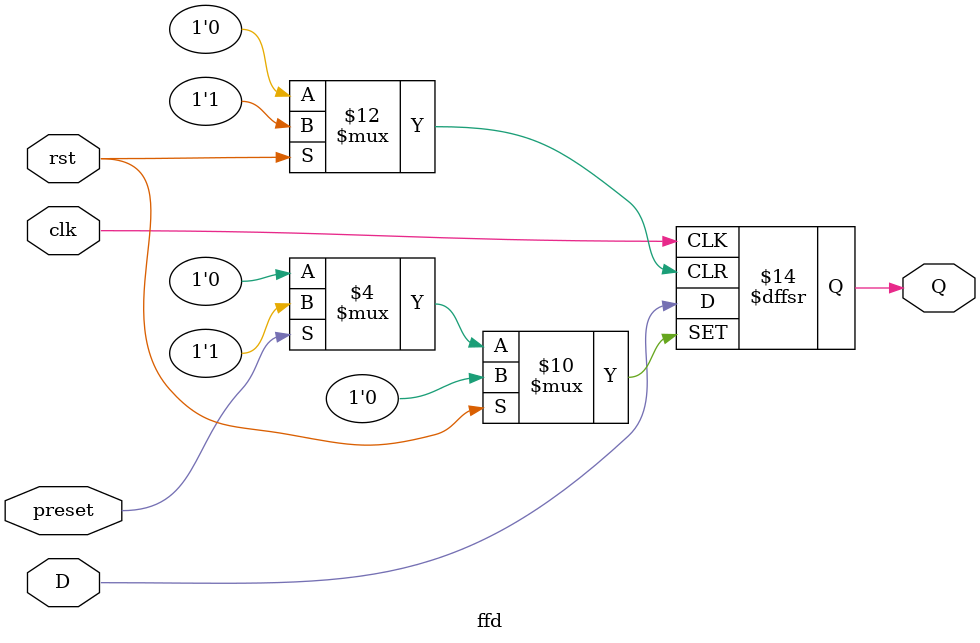
<source format=sv>
module nBitsRingCounter (start, clk, Q);
	parameter n = 10;
	input start;
	input clk;
	output [n-1:0] Q;

	ffd f0 (Q[n-1], clk, start, 1'b0, Q[0]);

	genvar i;

	generate
		for (i = 1; i < n; i = i + 1) begin
			ffd f (Q[i-1], clk, 1'b0, start, Q[i]);
		end
	endgenerate


endmodule

module ffd (input D, clk, preset,  rst, output Q);
	always @(posedge clk, posedge rst, posedge preset) begin
		if (rst) begin
			Q = 0;
		end
		else if (preset) begin
			Q = 1;
		end
		else begin
			Q = D;
		end
	end
endmodule

</source>
